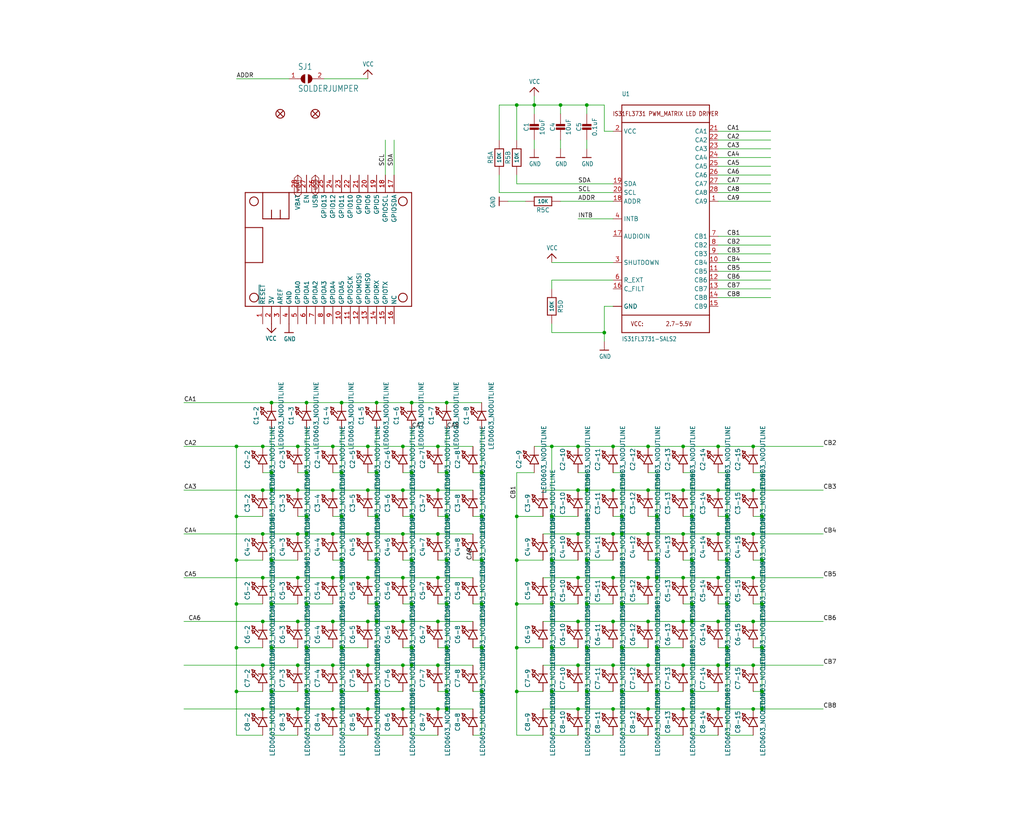
<source format=kicad_sch>
(kicad_sch (version 20211123) (generator eeschema)
  (paper "User" 297.002 238.912)
  (junction (at 119.38 193.04))
  (junction (at 208.28 180.34))
  (junction (at 177.8 142.24))
  (junction (at 139.7 149.86))
  (junction (at 187.96 154.94))
  (junction (at 76.2 129.54))
  (junction (at 149.86 187.96))
  (junction (at 96.52 154.94))
  (junction (at 88.9 137.16))
  (junction (at 129.54 200.66))
  (junction (at 119.38 116.84))
  (junction (at 198.12 193.04))
  (junction (at 139.7 200.66))
  (junction (at 167.64 167.64))
  (junction (at 68.58 162.56))
  (junction (at 218.44 205.74))
  (junction (at 149.86 175.26))
  (junction (at 160.02 175.26))
  (junction (at 220.98 205.74))
  (junction (at 88.9 200.66))
  (junction (at 187.96 129.54))
  (junction (at 119.38 149.86))
  (junction (at 208.28 167.64))
  (junction (at 88.9 175.26))
  (junction (at 139.7 175.26))
  (junction (at 210.82 162.56))
  (junction (at 220.98 187.96))
  (junction (at 127 180.34))
  (junction (at 88.9 116.84))
  (junction (at 88.9 154.94))
  (junction (at 180.34 149.86))
  (junction (at 208.28 129.54))
  (junction (at 129.54 175.26))
  (junction (at 109.22 137.16))
  (junction (at 119.38 175.26))
  (junction (at 68.58 129.54))
  (junction (at 106.68 154.94))
  (junction (at 167.64 180.34))
  (junction (at 175.26 96.52))
  (junction (at 220.98 149.86))
  (junction (at 86.36 154.94))
  (junction (at 119.38 137.16))
  (junction (at 149.86 200.66))
  (junction (at 116.84 205.74))
  (junction (at 106.68 180.34))
  (junction (at 139.7 137.16))
  (junction (at 220.98 162.56))
  (junction (at 109.22 162.56))
  (junction (at 109.22 175.26))
  (junction (at 200.66 180.34))
  (junction (at 200.66 175.26))
  (junction (at 116.84 167.64))
  (junction (at 198.12 154.94))
  (junction (at 127 142.24))
  (junction (at 96.52 205.74))
  (junction (at 106.68 142.24))
  (junction (at 198.12 129.54))
  (junction (at 218.44 154.94))
  (junction (at 139.7 162.56))
  (junction (at 187.96 167.64))
  (junction (at 160.02 149.86))
  (junction (at 190.5 200.66))
  (junction (at 208.28 193.04))
  (junction (at 88.9 149.86))
  (junction (at 208.28 142.24))
  (junction (at 177.8 167.64))
  (junction (at 96.52 129.54))
  (junction (at 190.5 149.86))
  (junction (at 167.64 154.94))
  (junction (at 68.58 175.26))
  (junction (at 180.34 154.94))
  (junction (at 129.54 187.96))
  (junction (at 78.74 137.16))
  (junction (at 68.58 187.96))
  (junction (at 160.02 162.56))
  (junction (at 187.96 142.24))
  (junction (at 218.44 129.54))
  (junction (at 129.54 205.74))
  (junction (at 76.2 193.04))
  (junction (at 218.44 167.64))
  (junction (at 218.44 142.24))
  (junction (at 106.68 193.04))
  (junction (at 129.54 149.86))
  (junction (at 106.68 167.64))
  (junction (at 86.36 167.64))
  (junction (at 78.74 175.26))
  (junction (at 127 167.64))
  (junction (at 210.82 175.26))
  (junction (at 76.2 142.24))
  (junction (at 167.64 193.04))
  (junction (at 170.18 142.24))
  (junction (at 116.84 142.24))
  (junction (at 177.8 193.04))
  (junction (at 170.18 175.26))
  (junction (at 78.74 142.24))
  (junction (at 160.02 200.66))
  (junction (at 127 193.04))
  (junction (at 86.36 193.04))
  (junction (at 129.54 137.16))
  (junction (at 119.38 162.56))
  (junction (at 99.06 137.16))
  (junction (at 116.84 154.94))
  (junction (at 109.22 180.34))
  (junction (at 167.64 205.74))
  (junction (at 127 129.54))
  (junction (at 160.02 129.54))
  (junction (at 78.74 200.66))
  (junction (at 198.12 205.74))
  (junction (at 198.12 180.34))
  (junction (at 187.96 193.04))
  (junction (at 139.7 187.96))
  (junction (at 86.36 180.34))
  (junction (at 180.34 187.96))
  (junction (at 76.2 167.64))
  (junction (at 198.12 167.64))
  (junction (at 170.18 200.66))
  (junction (at 180.34 175.26))
  (junction (at 99.06 116.84))
  (junction (at 76.2 205.74))
  (junction (at 210.82 149.86))
  (junction (at 177.8 154.94))
  (junction (at 119.38 187.96))
  (junction (at 86.36 142.24))
  (junction (at 162.56 30.48))
  (junction (at 187.96 180.34))
  (junction (at 177.8 180.34))
  (junction (at 68.58 149.86))
  (junction (at 76.2 180.34))
  (junction (at 220.98 175.26))
  (junction (at 187.96 205.74))
  (junction (at 180.34 200.66))
  (junction (at 170.18 30.48))
  (junction (at 109.22 149.86))
  (junction (at 170.18 187.96))
  (junction (at 177.8 205.74))
  (junction (at 200.66 162.56))
  (junction (at 99.06 149.86))
  (junction (at 208.28 154.94))
  (junction (at 116.84 193.04))
  (junction (at 86.36 205.74))
  (junction (at 99.06 167.64))
  (junction (at 109.22 116.84))
  (junction (at 198.12 142.24))
  (junction (at 149.86 30.48))
  (junction (at 96.52 193.04))
  (junction (at 167.64 142.24))
  (junction (at 96.52 180.34))
  (junction (at 167.64 129.54))
  (junction (at 106.68 205.74))
  (junction (at 96.52 142.24))
  (junction (at 116.84 129.54))
  (junction (at 99.06 162.56))
  (junction (at 116.84 180.34))
  (junction (at 78.74 162.56))
  (junction (at 208.28 205.74))
  (junction (at 200.66 149.86))
  (junction (at 200.66 200.66))
  (junction (at 129.54 162.56))
  (junction (at 170.18 162.56))
  (junction (at 109.22 200.66))
  (junction (at 78.74 187.96))
  (junction (at 127 154.94))
  (junction (at 88.9 187.96))
  (junction (at 154.94 30.48))
  (junction (at 210.82 193.04))
  (junction (at 190.5 187.96))
  (junction (at 129.54 116.84))
  (junction (at 190.5 162.56))
  (junction (at 149.86 149.86))
  (junction (at 220.98 200.66))
  (junction (at 106.68 129.54))
  (junction (at 177.8 129.54))
  (junction (at 86.36 129.54))
  (junction (at 127 205.74))
  (junction (at 218.44 180.34))
  (junction (at 96.52 167.64))
  (junction (at 160.02 187.96))
  (junction (at 210.82 187.96))
  (junction (at 99.06 200.66))
  (junction (at 149.86 162.56))
  (junction (at 99.06 187.96))
  (junction (at 78.74 116.84))
  (junction (at 76.2 154.94))
  (junction (at 218.44 193.04))
  (junction (at 68.58 200.66))
  (junction (at 190.5 167.64))
  (wire (pts (xy 76.2 167.64) (xy 53.34 167.64)))
  (wire (pts (xy 170.18 162.56) (xy 170.18 175.26)))
  (wire (pts (xy 88.9 187.96) (xy 88.9 200.66)))
  (wire (pts (xy 96.52 149.86) (xy 99.06 149.86)))
  (wire (pts (xy 109.22 124.46) (xy 109.22 137.16)))
  (wire (pts (xy 177.8 63.5) (xy 167.64 63.5)))
  (wire (pts (xy 86.36 187.96) (xy 78.74 187.96)))
  (wire (pts (xy 200.66 162.56) (xy 200.66 175.26)))
  (wire (pts (xy 119.38 193.04) (xy 119.38 213.36)))
  (wire (pts (xy 218.44 149.86) (xy 220.98 149.86)))
  (wire (pts (xy 119.38 193.04) (xy 116.84 193.04)))
  (wire (pts (xy 180.34 154.94) (xy 187.96 154.94)))
  (wire (pts (xy 88.9 200.66) (xy 88.9 213.36)))
  (wire (pts (xy 86.36 175.26) (xy 78.74 175.26)))
  (wire (pts (xy 208.28 55.88) (xy 223.52 55.88)))
  (wire (pts (xy 220.98 200.66) (xy 220.98 205.74)))
  (wire (pts (xy 119.38 116.84) (xy 129.54 116.84)))
  (wire (pts (xy 147.32 58.42) (xy 152.4 58.42)))
  (wire (pts (xy 210.82 193.04) (xy 210.82 213.36)))
  (wire (pts (xy 93.98 22.86) (xy 106.68 22.86)))
  (wire (pts (xy 76.2 175.26) (xy 68.58 175.26)))
  (wire (pts (xy 200.66 180.34) (xy 208.28 180.34)))
  (wire (pts (xy 177.8 180.34) (xy 187.96 180.34)))
  (wire (pts (xy 137.16 142.24) (xy 127 142.24)))
  (wire (pts (xy 208.28 180.34) (xy 218.44 180.34)))
  (wire (pts (xy 127 149.86) (xy 129.54 149.86)))
  (wire (pts (xy 149.86 149.86) (xy 149.86 162.56)))
  (wire (pts (xy 76.2 149.86) (xy 68.58 149.86)))
  (wire (pts (xy 68.58 187.96) (xy 68.58 200.66)))
  (wire (pts (xy 149.86 137.16) (xy 149.86 149.86)))
  (wire (pts (xy 160.02 96.52) (xy 160.02 93.98)))
  (wire (pts (xy 175.26 96.52) (xy 175.26 99.06)))
  (wire (pts (xy 96.52 200.66) (xy 88.9 200.66)))
  (wire (pts (xy 68.58 129.54) (xy 53.34 129.54)))
  (wire (pts (xy 119.38 162.56) (xy 119.38 175.26)))
  (wire (pts (xy 127 167.64) (xy 116.84 167.64)))
  (wire (pts (xy 76.2 142.24) (xy 53.34 142.24)))
  (wire (pts (xy 68.58 162.56) (xy 68.58 175.26)))
  (wire (pts (xy 167.64 213.36) (xy 160.02 213.36)))
  (wire (pts (xy 88.9 175.26) (xy 88.9 187.96)))
  (wire (pts (xy 106.68 149.86) (xy 109.22 149.86)))
  (wire (pts (xy 170.18 142.24) (xy 177.8 142.24)))
  (wire (pts (xy 220.98 175.26) (xy 220.98 187.96)))
  (wire (pts (xy 175.26 38.1) (xy 177.8 38.1)))
  (wire (pts (xy 137.16 175.26) (xy 139.7 175.26)))
  (wire (pts (xy 129.54 124.46) (xy 129.54 137.16)))
  (wire (pts (xy 200.66 137.16) (xy 200.66 149.86)))
  (wire (pts (xy 175.26 96.52) (xy 160.02 96.52)))
  (wire (pts (xy 96.52 154.94) (xy 88.9 154.94)))
  (wire (pts (xy 144.78 30.48) (xy 144.78 40.64)))
  (wire (pts (xy 160.02 129.54) (xy 167.64 129.54)))
  (wire (pts (xy 76.2 154.94) (xy 53.34 154.94)))
  (wire (pts (xy 129.54 149.86) (xy 129.54 162.56)))
  (wire (pts (xy 167.64 193.04) (xy 177.8 193.04)))
  (wire (pts (xy 220.98 137.16) (xy 220.98 149.86)))
  (wire (pts (xy 208.28 58.42) (xy 223.52 58.42)))
  (wire (pts (xy 109.22 137.16) (xy 109.22 149.86)))
  (wire (pts (xy 88.9 154.94) (xy 86.36 154.94)))
  (wire (pts (xy 167.64 142.24) (xy 170.18 142.24)))
  (wire (pts (xy 208.28 48.26) (xy 223.52 48.26)))
  (wire (pts (xy 220.98 162.56) (xy 220.98 175.26)))
  (wire (pts (xy 190.5 213.36) (xy 190.5 200.66)))
  (wire (pts (xy 116.84 213.36) (xy 109.22 213.36)))
  (wire (pts (xy 187.96 137.16) (xy 190.5 137.16)))
  (wire (pts (xy 187.96 180.34) (xy 198.12 180.34)))
  (wire (pts (xy 157.48 175.26) (xy 149.86 175.26)))
  (wire (pts (xy 210.82 187.96) (xy 210.82 193.04)))
  (wire (pts (xy 208.28 149.86) (xy 210.82 149.86)))
  (wire (pts (xy 76.2 187.96) (xy 68.58 187.96)))
  (wire (pts (xy 177.8 137.16) (xy 180.34 137.16)))
  (wire (pts (xy 111.76 40.64) (xy 111.76 50.8)))
  (wire (pts (xy 218.44 167.64) (xy 238.76 167.64)))
  (wire (pts (xy 208.28 200.66) (xy 200.66 200.66)))
  (wire (pts (xy 78.74 175.26) (xy 78.74 187.96)))
  (wire (pts (xy 68.58 175.26) (xy 68.58 187.96)))
  (wire (pts (xy 198.12 137.16) (xy 200.66 137.16)))
  (wire (pts (xy 198.12 162.56) (xy 200.66 162.56)))
  (wire (pts (xy 187.96 142.24) (xy 198.12 142.24)))
  (wire (pts (xy 210.82 193.04) (xy 218.44 193.04)))
  (wire (pts (xy 198.12 205.74) (xy 208.28 205.74)))
  (wire (pts (xy 127 205.74) (xy 116.84 205.74)))
  (wire (pts (xy 86.36 129.54) (xy 76.2 129.54)))
  (wire (pts (xy 119.38 124.46) (xy 119.38 137.16)))
  (wire (pts (xy 210.82 149.86) (xy 210.82 162.56)))
  (wire (pts (xy 144.78 55.88) (xy 144.78 50.8)))
  (wire (pts (xy 137.16 167.64) (xy 127 167.64)))
  (wire (pts (xy 187.96 175.26) (xy 180.34 175.26)))
  (wire (pts (xy 96.52 162.56) (xy 99.06 162.56)))
  (wire (pts (xy 96.52 142.24) (xy 86.36 142.24)))
  (wire (pts (xy 157.48 149.86) (xy 149.86 149.86)))
  (wire (pts (xy 129.54 162.56) (xy 129.54 175.26)))
  (wire (pts (xy 170.18 142.24) (xy 170.18 162.56)))
  (wire (pts (xy 99.06 116.84) (xy 109.22 116.84)))
  (wire (pts (xy 180.34 149.86) (xy 180.34 154.94)))
  (wire (pts (xy 137.16 149.86) (xy 139.7 149.86)))
  (wire (pts (xy 139.7 137.16) (xy 139.7 149.86)))
  (wire (pts (xy 210.82 137.16) (xy 210.82 149.86)))
  (wire (pts (xy 177.8 88.9) (xy 175.26 88.9)))
  (wire (pts (xy 137.16 162.56) (xy 139.7 162.56)))
  (wire (pts (xy 160.02 81.28) (xy 160.02 83.82)))
  (wire (pts (xy 106.68 187.96) (xy 99.06 187.96)))
  (wire (pts (xy 157.48 162.56) (xy 149.86 162.56)))
  (wire (pts (xy 86.36 162.56) (xy 78.74 162.56)))
  (wire (pts (xy 157.48 142.24) (xy 167.64 142.24)))
  (wire (pts (xy 76.2 200.66) (xy 68.58 200.66)))
  (wire (pts (xy 218.44 137.16) (xy 220.98 137.16)))
  (wire (pts (xy 208.28 213.36) (xy 200.66 213.36)))
  (wire (pts (xy 106.68 154.94) (xy 96.52 154.94)))
  (wire (pts (xy 149.86 53.34) (xy 149.86 50.8)))
  (wire (pts (xy 208.28 154.94) (xy 218.44 154.94)))
  (wire (pts (xy 149.86 40.64) (xy 149.86 30.48)))
  (wire (pts (xy 157.48 205.74) (xy 167.64 205.74)))
  (wire (pts (xy 208.28 86.36) (xy 223.52 86.36)))
  (wire (pts (xy 96.52 129.54) (xy 86.36 129.54)))
  (wire (pts (xy 187.96 200.66) (xy 180.34 200.66)))
  (wire (pts (xy 96.52 213.36) (xy 88.9 213.36)))
  (wire (pts (xy 106.68 175.26) (xy 109.22 175.26)))
  (wire (pts (xy 139.7 124.46) (xy 139.7 137.16)))
  (wire (pts (xy 76.2 213.36) (xy 68.58 213.36)))
  (wire (pts (xy 167.64 162.56) (xy 160.02 162.56)))
  (wire (pts (xy 220.98 149.86) (xy 220.98 162.56)))
  (wire (pts (xy 200.66 175.26) (xy 200.66 180.34)))
  (wire (pts (xy 162.56 30.48) (xy 162.56 33.02)))
  (wire (pts (xy 220.98 205.74) (xy 238.76 205.74)))
  (wire (pts (xy 116.84 142.24) (xy 106.68 142.24)))
  (wire (pts (xy 96.52 205.74) (xy 86.36 205.74)))
  (wire (pts (xy 149.86 175.26) (xy 149.86 187.96)))
  (wire (pts (xy 106.68 205.74) (xy 96.52 205.74)))
  (wire (pts (xy 218.44 193.04) (xy 238.76 193.04)))
  (wire (pts (xy 96.52 193.04) (xy 86.36 193.04)))
  (wire (pts (xy 137.16 200.66) (xy 139.7 200.66)))
  (wire (pts (xy 137.16 129.54) (xy 127 129.54)))
  (wire (pts (xy 167.64 187.96) (xy 160.02 187.96)))
  (wire (pts (xy 86.36 154.94) (xy 76.2 154.94)))
  (wire (pts (xy 180.34 137.16) (xy 180.34 149.86)))
  (wire (pts (xy 210.82 162.56) (xy 210.82 175.26)))
  (wire (pts (xy 175.26 30.48) (xy 175.26 38.1)))
  (wire (pts (xy 149.86 200.66) (xy 149.86 213.36)))
  (wire (pts (xy 106.68 129.54) (xy 96.52 129.54)))
  (wire (pts (xy 190.5 162.56) (xy 190.5 149.86)))
  (wire (pts (xy 200.66 149.86) (xy 200.66 162.56)))
  (wire (pts (xy 137.16 193.04) (xy 127 193.04)))
  (wire (pts (xy 208.28 187.96) (xy 210.82 187.96)))
  (wire (pts (xy 208.28 76.2) (xy 223.52 76.2)))
  (wire (pts (xy 149.86 187.96) (xy 149.86 200.66)))
  (wire (pts (xy 106.68 137.16) (xy 109.22 137.16)))
  (wire (pts (xy 218.44 213.36) (xy 210.82 213.36)))
  (wire (pts (xy 154.94 137.16) (xy 149.86 137.16)))
  (wire (pts (xy 137.16 137.16) (xy 139.7 137.16)))
  (wire (pts (xy 218.44 154.94) (xy 238.76 154.94)))
  (wire (pts (xy 160.02 149.86) (xy 160.02 162.56)))
  (wire (pts (xy 218.44 162.56) (xy 220.98 162.56)))
  (wire (pts (xy 149.86 162.56) (xy 149.86 175.26)))
  (wire (pts (xy 170.18 200.66) (xy 170.18 213.36)))
  (wire (pts (xy 177.8 193.04) (xy 187.96 193.04)))
  (wire (pts (xy 68.58 129.54) (xy 68.58 149.86)))
  (wire (pts (xy 198.12 200.66) (xy 190.5 200.66)))
  (wire (pts (xy 88.9 137.16) (xy 88.9 149.86)))
  (wire (pts (xy 157.48 167.64) (xy 167.64 167.64)))
  (wire (pts (xy 198.12 180.34) (xy 200.66 180.34)))
  (wire (pts (xy 170.18 137.16) (xy 170.18 142.24)))
  (wire (pts (xy 218.44 175.26) (xy 220.98 175.26)))
  (wire (pts (xy 149.86 30.48) (xy 144.78 30.48)))
  (wire (pts (xy 96.52 137.16) (xy 99.06 137.16)))
  (wire (pts (xy 86.36 167.64) (xy 76.2 167.64)))
  (wire (pts (xy 208.28 40.64) (xy 223.52 40.64)))
  (wire (pts (xy 208.28 53.34) (xy 223.52 53.34)))
  (wire (pts (xy 208.28 167.64) (xy 218.44 167.64)))
  (wire (pts (xy 187.96 167.64) (xy 190.5 167.64)))
  (wire (pts (xy 177.8 81.28) (xy 160.02 81.28)))
  (wire (pts (xy 177.8 149.86) (xy 180.34 149.86)))
  (wire (pts (xy 177.8 55.88) (xy 144.78 55.88)))
  (wire (pts (xy 208.28 137.16) (xy 210.82 137.16)))
  (wire (pts (xy 208.28 129.54) (xy 218.44 129.54)))
  (wire (pts (xy 198.12 187.96) (xy 190.5 187.96)))
  (wire (pts (xy 76.2 137.16) (xy 78.74 137.16)))
  (wire (pts (xy 218.44 205.74) (xy 220.98 205.74)))
  (wire (pts (xy 88.9 149.86) (xy 88.9 154.94)))
  (wire (pts (xy 175.26 88.9) (xy 175.26 96.52)))
  (wire (pts (xy 177.8 142.24) (xy 187.96 142.24)))
  (wire (pts (xy 208.28 193.04) (xy 210.82 193.04)))
  (wire (pts (xy 157.48 193.04) (xy 167.64 193.04)))
  (wire (pts (xy 218.44 142.24) (xy 238.76 142.24)))
  (wire (pts (xy 86.36 142.24) (xy 78.74 142.24)))
  (wire (pts (xy 139.7 149.86) (xy 139.7 162.56)))
  (wire (pts (xy 109.22 162.56) (xy 109.22 175.26)))
  (wire (pts (xy 208.28 81.28) (xy 223.52 81.28)))
  (wire (pts (xy 106.68 180.34) (xy 96.52 180.34)))
  (wire (pts (xy 167.64 205.74) (xy 177.8 205.74)))
  (wire (pts (xy 187.96 205.74) (xy 198.12 205.74)))
  (wire (pts (xy 190.5 167.64) (xy 190.5 162.56)))
  (wire (pts (xy 218.44 200.66) (xy 220.98 200.66)))
  (wire (pts (xy 119.38 137.16) (xy 119.38 149.86)))
  (wire (pts (xy 109.22 175.26) (xy 109.22 180.34)))
  (wire (pts (xy 76.2 193.04) (xy 53.34 193.04)))
  (wire (pts (xy 157.48 154.94) (xy 167.64 154.94)))
  (wire (pts (xy 187.96 162.56) (xy 190.5 162.56)))
  (wire (pts (xy 190.5 149.86) (xy 190.5 137.16)))
  (wire (pts (xy 78.74 162.56) (xy 78.74 175.26)))
  (wire (pts (xy 190.5 167.64) (xy 198.12 167.64)))
  (wire (pts (xy 177.8 213.36) (xy 170.18 213.36)))
  (wire (pts (xy 99.06 149.86) (xy 99.06 162.56)))
  (wire (pts (xy 86.36 193.04) (xy 76.2 193.04)))
  (wire (pts (xy 109.22 180.34) (xy 109.22 200.66)))
  (wire (pts (xy 88.9 116.84) (xy 99.06 116.84)))
  (wire (pts (xy 129.54 200.66) (xy 129.54 205.74)))
  (wire (pts (xy 116.84 193.04) (xy 106.68 193.04)))
  (wire (pts (xy 78.74 137.16) (xy 78.74 142.24)))
  (wire (pts (xy 116.84 129.54) (xy 106.68 129.54)))
  (wire (pts (xy 177.8 58.42) (xy 162.56 58.42)))
  (wire (pts (xy 116.84 167.64) (xy 106.68 167.64)))
  (wire (pts (xy 116.84 175.26) (xy 119.38 175.26)))
  (wire (pts (xy 154.94 129.54) (xy 160.02 129.54)))
  (wire (pts (xy 106.68 142.24) (xy 96.52 142.24)))
  (wire (pts (xy 218.44 187.96) (xy 220.98 187.96)))
  (wire (pts (xy 157.48 200.66) (xy 149.86 200.66)))
  (wire (pts (xy 167.64 175.26) (xy 160.02 175.26)))
  (wire (pts (xy 208.28 50.8) (xy 223.52 50.8)))
  (wire (pts (xy 157.48 187.96) (xy 149.86 187.96)))
  (wire (pts (xy 137.16 154.94) (xy 127 154.94)))
  (wire (pts (xy 187.96 213.36) (xy 180.34 213.36)))
  (wire (pts (xy 208.28 205.74) (xy 218.44 205.74)))
  (wire (pts (xy 106.68 167.64) (xy 99.06 167.64)))
  (wire (pts (xy 109.22 149.86) (xy 109.22 162.56)))
  (wire (pts (xy 167.64 129.54) (xy 177.8 129.54)))
  (wire (pts (xy 190.5 200.66) (xy 190.5 187.96)))
  (wire (pts (xy 208.28 78.74) (xy 223.52 78.74)))
  (wire (pts (xy 99.06 200.66) (xy 99.06 213.36)))
  (wire (pts (xy 139.7 200.66) (xy 139.7 213.36)))
  (wire (pts (xy 167.64 200.66) (xy 160.02 200.66)))
  (wire (pts (xy 99.06 167.64) (xy 99.06 187.96)))
  (wire (pts (xy 116.84 200.66) (xy 109.22 200.66)))
  (wire (pts (xy 99.06 124.46) (xy 99.06 137.16)))
  (wire (pts (xy 170.18 30.48) (xy 170.18 33.02)))
  (wire (pts (xy 114.3 50.8) (xy 114.3 40.64)))
  (wire (pts (xy 127 187.96) (xy 129.54 187.96)))
  (wire (pts (xy 208.28 68.58) (xy 223.52 68.58)))
  (wire (pts (xy 76.2 162.56) (xy 68.58 162.56)))
  (wire (pts (xy 198.12 154.94) (xy 208.28 154.94)))
  (wire (pts (xy 177.8 129.54) (xy 187.96 129.54)))
  (wire (pts (xy 96.52 167.64) (xy 86.36 167.64)))
  (wire (pts (xy 88.9 124.46) (xy 88.9 137.16)))
  (wire (pts (xy 139.7 162.56) (xy 139.7 175.26)))
  (wire (pts (xy 160.02 200.66) (xy 160.02 213.36)))
  (wire (pts (xy 220.98 187.96) (xy 220.98 200.66)))
  (wire (pts (xy 78.74 142.24) (xy 76.2 142.24)))
  (wire (pts (xy 137.16 205.74) (xy 129.54 205.74)))
  (wire (pts (xy 86.36 180.34) (xy 76.2 180.34)))
  (wire (pts (xy 167.64 167.64) (xy 177.8 167.64)))
  (wire (pts (xy 208.28 45.72) (xy 223.52 45.72)))
  (wire (pts (xy 208.28 43.18) (xy 223.52 43.18)))
  (wire (pts (xy 96.52 180.34) (xy 86.36 180.34)))
  (wire (pts (xy 177.8 162.56) (xy 170.18 162.56)))
  (wire (pts (xy 154.94 30.48) (xy 154.94 33.02)))
  (wire (pts (xy 170.18 175.26) (xy 170.18 187.96)))
  (wire (pts (xy 177.8 205.74) (xy 187.96 205.74)))
  (wire (pts (xy 106.68 193.04) (xy 96.52 193.04)))
  (wire (pts (xy 187.96 187.96) (xy 180.34 187.96)))
  (wire (pts (xy 210.82 175.26) (xy 210.82 187.96)))
  (wire (pts (xy 137.16 187.96) (xy 139.7 187.96)))
  (wire (pts (xy 180.34 187.96) (xy 180.34 200.66)))
  (wire (pts (xy 198.12 129.54) (xy 208.28 129.54)))
  (wire (pts (xy 116.84 149.86) (xy 119.38 149.86)))
  (wire (pts (xy 180.34 175.26) (xy 180.34 187.96)))
  (wire (pts (xy 177.8 154.94) (xy 180.34 154.94)))
  (wire (pts (xy 160.02 162.56) (xy 160.02 175.26)))
  (wire (pts (xy 116.84 137.16) (xy 119.38 137.16)))
  (wire (pts (xy 208.28 71.12) (xy 223.52 71.12)))
  (wire (pts (xy 127 200.66) (xy 129.54 200.66)))
  (wire (pts (xy 106.68 162.56) (xy 109.22 162.56)))
  (wire (pts (xy 200.66 200.66) (xy 200.66 213.36)))
  (wire (pts (xy 160.02 175.26) (xy 160.02 187.96)))
  (wire (pts (xy 86.36 149.86) (xy 88.9 149.86)))
  (wire (pts (xy 127 213.36) (xy 119.38 213.36)))
  (wire (pts (xy 187.96 154.94) (xy 198.12 154.94)))
  (wire (pts (xy 78.74 187.96) (xy 78.74 200.66)))
  (wire (pts (xy 116.84 180.34) (xy 109.22 180.34)))
  (wire (pts (xy 76.2 180.34) (xy 53.34 180.34)))
  (wire (pts (xy 127 137.16) (xy 129.54 137.16)))
  (wire (pts (xy 177.8 167.64) (xy 187.96 167.64)))
  (wire (pts (xy 154.94 30.48) (xy 162.56 30.48)))
  (wire (pts (xy 208.28 73.66) (xy 223.52 73.66)))
  (wire (pts (xy 187.96 129.54) (xy 198.12 129.54)))
  (wire (pts (xy 106.68 200.66) (xy 99.06 200.66)))
  (wire (pts (xy 177.8 187.96) (xy 170.18 187.96)))
  (wire (pts (xy 129.54 137.16) (xy 129.54 149.86)))
  (wire (pts (xy 127 154.94) (xy 116.84 154.94)))
  (wire (pts (xy 116.84 205.74) (xy 106.68 205.74)))
  (wire (pts (xy 86.36 200.66) (xy 78.74 200.66)))
  (wire (pts (xy 68.58 149.86) (xy 68.58 162.56)))
  (wire (pts (xy 129.54 175.26) (xy 129.54 187.96)))
  (wire (pts (xy 187.96 149.86) (xy 190.5 149.86)))
  (wire (pts (xy 99.06 137.16) (xy 99.06 149.86)))
  (wire (pts (xy 129.54 187.96) (xy 129.54 200.66)))
  (wire (pts (xy 154.94 40.64) (xy 154.94 43.18)))
  (wire (pts (xy 139.7 187.96) (xy 139.7 200.66)))
  (wire (pts (xy 109.22 200.66) (xy 109.22 213.36)))
  (wire (pts (xy 86.36 137.16) (xy 88.9 137.16)))
  (wire (pts (xy 177.8 53.34) (xy 149.86 53.34)))
  (wire (pts (xy 109.22 180.34) (xy 106.68 180.34)))
  (wire (pts (xy 160.02 129.54) (xy 160.02 149.86)))
  (wire (pts (xy 119.38 149.86) (xy 119.38 162.56)))
  (wire (pts (xy 170.18 187.96) (xy 170.18 200.66)))
  (wire (pts (xy 129.54 205.74) (xy 127 205.74)))
  (wire (pts (xy 76.2 205.74) (xy 53.34 205.74)))
  (wire (pts (xy 116.84 154.94) (xy 106.68 154.94)))
  (wire (pts (xy 119.38 175.26) (xy 119.38 187.96)))
  (wire (pts (xy 99.06 187.96) (xy 99.06 200.66)))
  (wire (pts (xy 180.34 154.94) (xy 180.34 175.26)))
  (wire (pts (xy 116.84 187.96) (xy 119.38 187.96)))
  (wire (pts (xy 127 162.56) (xy 129.54 162.56)))
  (wire (pts (xy 53.34 116.84) (xy 78.74 116.84)))
  (wire (pts (xy 116.84 162.56) (xy 119.38 162.56)))
  (wire (pts (xy 154.94 27.94) (xy 154.94 30.48)))
  (wire (pts (xy 170.18 40.64) (xy 170.18 43.18)))
  (wire (pts (xy 177.8 76.2) (xy 160.02 76.2)))
  (wire (pts (xy 83.82 22.86) (xy 68.58 22.86)))
  (wire (pts (xy 218.44 180.34) (xy 238.76 180.34)))
  (wire (pts (xy 106.68 213.36) (xy 99.06 213.36)))
  (wire (pts (xy 137.16 180.34) (xy 127 180.34)))
  (wire (pts (xy 127 193.04) (xy 119.38 193.04)))
  (wire (pts (xy 129.54 116.84) (xy 139.7 116.84)))
  (wire (pts (xy 127 142.24) (xy 116.84 142.24)))
  (wire (pts (xy 198.12 175.26) (xy 200.66 175.26)))
  (wire (pts (xy 96.52 187.96) (xy 88.9 187.96)))
  (wire (pts (xy 127 175.26) (xy 129.54 175.26)))
  (wire (pts (xy 127 129.54) (xy 116.84 129.54)))
  (wire (pts (xy 208.28 83.82) (xy 223.52 83.82)))
  (wire (pts (xy 137.16 213.36) (xy 139.7 213.36)))
  (wire (pts (xy 208.28 38.1) (xy 223.52 38.1)))
  (wire (pts (xy 78.74 142.24) (xy 78.74 162.56)))
  (wire (pts (xy 218.44 129.54) (xy 238.76 129.54)))
  (wire (pts (xy 208.28 175.26) (xy 210.82 175.26)))
  (wire (pts (xy 76.2 129.54) (xy 68.58 129.54)))
  (wire (pts (xy 190.5 187.96) (xy 190.5 167.64)))
  (wire (pts (xy 198.12 149.86) (xy 200.66 149.86)))
  (wire (pts (xy 167.64 180.34) (xy 177.8 180.34)))
  (wire (pts (xy 139.7 175.26) (xy 139.7 187.96)))
  (wire (pts (xy 180.34 200.66) (xy 180.34 213.36)))
  (wire (pts (xy 198.12 167.64) (xy 208.28 167.64)))
  (wire (pts (xy 167.64 137.16) (xy 170.18 137.16)))
  (wire (pts (xy 99.06 162.56) (xy 99.06 167.64)))
  (wire (pts (xy 198.12 193.04) (xy 208.28 193.04)))
  (wire (pts (xy 88.9 154.94) (xy 88.9 175.26)))
  (wire (pts (xy 200.66 180.34) (xy 200.66 200.66)))
  (wire (pts (xy 177.8 175.26) (xy 170.18 175.26)))
  (wire (pts (xy 157.48 180.34) (xy 167.64 180.34)))
  (wire (pts (xy 170.18 30.48) (xy 175.26 30.48)))
  (wire (pts (xy 68.58 200.66) (xy 68.58 213.36)))
  (wire (pts (xy 177.8 200.66) (xy 170.18 200.66)))
  (wire (pts (xy 187.96 193.04) (xy 198.12 193.04)))
  (wire (pts (xy 198.12 142.24) (xy 208.28 142.24)))
  (wire (pts (xy 78.74 200.66) (xy 78.74 213.36)))
  (wire (pts (xy 86.36 205.74) (xy 76.2 205.74)))
  (wire (pts (xy 167.64 149.86) (xy 160.02 149.86)))
  (wire (pts (xy 162.56 30.48) (xy 170.18 30.48)))
  (wire (pts (xy 109.22 116.84) (xy 119.38 116.84)))
  (wire (pts (xy 99.06 167.64) (xy 96.52 167.64)))
  (wire (pts (xy 127 180.34) (xy 116.84 180.34)))
  (wire (pts (xy 96.52 175.26) (xy 88.9 175.26)))
  (wire (pts (xy 78.74 124.46) (xy 78.74 137.16)))
  (wire (pts (xy 149.86 30.48) (xy 154.94 30.48)))
  (wire (pts (xy 157.48 213.36) (xy 149.86 213.36)))
  (wire (pts (xy 86.36 213.36) (xy 78.74 213.36)))
  (wire (pts (xy 119.38 187.96) (xy 119.38 193.04)))
  (wire (pts (xy 162.56 40.64) (xy 162.56 43.18)))
  (wire (pts (xy 78.74 116.84) (xy 88.9 116.84)))
  (wire (pts (xy 167.64 154.94) (xy 177.8 154.94)))
  (wire (pts (xy 208.28 142.24) (xy 218.44 142.24)))
  (wire (pts (xy 198.12 213.36) (xy 190.5 213.36)))
  (wire (pts (xy 160.02 187.96) (xy 160.02 200.66)))
  (wire (pts (xy 208.28 162.56) (xy 210.82 162.56)))
  (label "CB5" (at 238.76 167.64 0) (effects (font (size 1.2446 1.2446))))
  (label "CB6" (at 238.76 180.34 0) (effects (font (size 1.2446 1.2446))))
  (label "CA9" (at 210.82 58.42 0) (effects (font (size 1.2446 1.2446))))
  (label "INTB" (at 167.64 63.5 0) (effects (font (size 1.2446 1.2446))))
  (label "CA1" (at 210.82 38.1 0) (effects (font (size 1.2446 1.2446))))
  (label "CB3" (at 238.76 142.24 0) (effects (font (size 1.2446 1.2446))))
  (label "CB7" (at 238.76 193.04 0) (effects (font (size 1.2446 1.2446))))
  (label "ADDR" (at 167.64 58.42 0) (effects (font (size 1.2446 1.2446))))
  (label "CB5" (at 210.82 78.74 0) (effects (font (size 1.2446 1.2446))))
  (label "CB4" (at 210.82 76.2 0) (effects (font (size 1.2446 1.2446))))
  (label "CA4" (at 53.34 154.94 0) (effects (font (size 1.2446 1.2446))))
  (label "CA2" (at 210.82 40.64 0) (effects (font (size 1.2446 1.2446))))
  (label "CB6" (at 210.82 81.28 0) (effects (font (size 1.2446 1.2446))))
  (label "CA2" (at 53.34 129.54 0) (effects (font (size 1.2446 1.2446))))
  (label "CA4" (at 210.82 45.72 0) (effects (font (size 1.2446 1.2446))))
  (label "ADDR" (at 68.58 22.86 0) (effects (font (size 1.2446 1.2446))))
  (label "CB2" (at 210.82 71.12 0) (effects (font (size 1.2446 1.2446))))
  (label "SCL" (at 167.64 55.88 0) (effects (font (size 1.2446 1.2446))))
  (label "SDA" (at 114.3 48.26 90) (effects (font (size 1.2446 1.2446))))
  (label "CB4" (at 238.76 154.94 0) (effects (font (size 1.2446 1.2446))))
  (label "CB8" (at 238.76 205.74 0) (effects (font (size 1.2446 1.2446))))
  (label "SCL" (at 111.76 48.26 90) (effects (font (size 1.2446 1.2446))))
  (label "CA6" (at 54.61 180.34 0) (effects (font (size 1.2446 1.2446))))
  (label "CA5" (at 210.82 48.26 0) (effects (font (size 1.2446 1.2446))))
  (label "CA6" (at 210.82 50.8 0) (effects (font (size 1.2446 1.2446))))
  (label "CB1" (at 210.82 68.58 0) (effects (font (size 1.2446 1.2446))))
  (label "CA8" (at 210.82 55.88 0) (effects (font (size 1.2446 1.2446))))
  (label "CB3" (at 210.82 73.66 0) (effects (font (size 1.2446 1.2446))))
  (label "CA1" (at 53.34 116.84 0) (effects (font (size 1.2446 1.2446))))
  (label "SDA" (at 167.64 53.34 0) (effects (font (size 1.2446 1.2446))))
  (label "CB2" (at 238.76 129.54 0) (effects (font (size 1.2446 1.2446))))
  (label "CA9" (at 137.16 162.56 90) (effects (font (size 1.2446 1.2446))))
  (label "CB1" (at 149.86 144.78 90) (effects (font (size 1.2446 1.2446))))
  (label "CA3" (at 210.82 43.18 0) (effects (font (size 1.2446 1.2446))))
  (label "CB8" (at 210.82 86.36 0) (effects (font (size 1.2446 1.2446))))
  (label "CA5" (at 53.34 167.64 0) (effects (font (size 1.2446 1.2446))))
  (label "CB7" (at 210.82 83.82 0) (effects (font (size 1.2446 1.2446))))
  (label "CA7" (at 119.38 124.46 0) (effects (font (size 1.2446 1.2446))))
  (label "CA3" (at 53.34 142.24 0) (effects (font (size 1.2446 1.2446))))
  (label "CA8" (at 129.54 124.46 0) (effects (font (size 1.2446 1.2446))))
  (label "CA7" (at 210.82 53.34 0) (effects (font (size 1.2446 1.2446))))
  (global_label "USB" (shape bidirectional) (at 91.44 50.8 270) (effects (font (size 1.016 1.016))) (property "Intersheet References" "${INTERSHEET_REFS}" (effects hide)))
  (global_label "VBAT" (shape bidirectional) (at 86.36 50.8 270) (effects (font (size 1.016 1.016))) (property "Intersheet References" "${INTERSHEET_REFS}" (effects hide)))
  (symbol (lib_id "eagleSchem-eagle-import:LED0603_NOOUTLINE") (at 157.48 144.78 90) (unit 1)
    (property "Reference" "C3-9" (at 153.035 146.05 0))
    (property "Value" "LED0603_NOOUTLINE" (at 160.274 146.05 0))
    (property "Footprint" "eagleSchem:CHIPLED_0603_NOOUTLINE" (effects hide))
  )
  (symbol (lib_id "eagleSchem-eagle-import:LED0603_NOOUTLINE") (at 137.16 182.88 90) (unit 1)
    (property "Reference" "C6-8" (at 132.715 184.15 0))
    (property "Value" "LED0603_NOOUTLINE" (at 139.954 184.15 0))
    (property "Footprint" "eagleSchem:CHIPLED_0603_NOOUTLINE" (effects hide))
  )
  (symbol (lib_id "eagleSchem-eagle-import:LED0603_NOOUTLINE") (at 167.64 157.48 90) (unit 1)
    (property "Reference" "C4-10" (at 163.195 158.75 0))
    (property "Value" "LED0603_NOOUTLINE" (at 170.434 158.75 0))
    (property "Footprint" "eagleSchem:CHIPLED_0603_NOOUTLINE" (effects hide))
  )
  (symbol (lib_id "eagleSchem-eagle-import:LED0603_NOOUTLINE") (at 187.96 170.18 90) (unit 1)
    (property "Reference" "C5-12" (at 183.515 171.45 0))
    (property "Value" "LED0603_NOOUTLINE" (at 190.754 171.45 0))
    (property "Footprint" "eagleSchem:CHIPLED_0603_NOOUTLINE" (effects hide))
  )
  (symbol (lib_id "eagleSchem-eagle-import:LED0603_NOOUTLINE") (at 208.28 170.18 90) (unit 1)
    (property "Reference" "C5-14" (at 203.835 171.45 0))
    (property "Value" "LED0603_NOOUTLINE" (at 211.074 171.45 0))
    (property "Footprint" "eagleSchem:CHIPLED_0603_NOOUTLINE" (effects hide))
  )
  (symbol (lib_id "eagleSchem-eagle-import:LED0603_NOOUTLINE") (at 86.36 170.18 90) (unit 1)
    (property "Reference" "C5-3" (at 81.915 171.45 0))
    (property "Value" "LED0603_NOOUTLINE" (at 89.154 171.45 0))
    (property "Footprint" "eagleSchem:CHIPLED_0603_NOOUTLINE" (effects hide))
  )
  (symbol (lib_id "eagleSchem-eagle-import:LED0603_NOOUTLINE") (at 119.38 119.38 90) (unit 1)
    (property "Reference" "C1-6" (at 114.935 120.65 0))
    (property "Value" "LED0603_NOOUTLINE" (at 122.174 120.65 0))
    (property "Footprint" "eagleSchem:CHIPLED_0603_NOOUTLINE" (effects hide))
  )
  (symbol (lib_id "eagleSchem-eagle-import:LED0603_NOOUTLINE") (at 116.84 144.78 90) (unit 1)
    (property "Reference" "C3-6" (at 112.395 146.05 0))
    (property "Value" "LED0603_NOOUTLINE" (at 119.634 146.05 0))
    (property "Footprint" "eagleSchem:CHIPLED_0603_NOOUTLINE" (effects hide))
  )
  (symbol (lib_id "eagleSchem-eagle-import:FEATHERWING") (at 71.12 88.9 0) (unit 1)
    (property "Reference" "MS1" (effects hide))
    (property "Value" "FEATHERWING" (effects hide))
    (property "Footprint" "eagleSchem:FEATHERWING" (effects hide))
  )
  (symbol (lib_id "eagleSchem-eagle-import:LED0603_NOOUTLINE") (at 129.54 119.38 90) (unit 1)
    (property "Reference" "C1-7" (at 125.095 120.65 0))
    (property "Value" "LED0603_NOOUTLINE" (at 132.334 120.65 0))
    (property "Footprint" "eagleSchem:CHIPLED_0603_NOOUTLINE" (effects hide))
  )
  (symbol (lib_id "eagleSchem-eagle-import:LED0603_NOOUTLINE") (at 127 157.48 90) (unit 1)
    (property "Reference" "C4-7" (at 122.555 158.75 0))
    (property "Value" "LED0603_NOOUTLINE" (at 129.794 158.75 0))
    (property "Footprint" "eagleSchem:CHIPLED_0603_NOOUTLINE" (effects hide))
  )
  (symbol (lib_id "eagleSchem-eagle-import:LED0603_NOOUTLINE") (at 88.9 119.38 90) (unit 1)
    (property "Reference" "C1-3" (at 84.455 120.65 0))
    (property "Value" "LED0603_NOOUTLINE" (at 91.694 120.65 0))
    (property "Footprint" "eagleSchem:CHIPLED_0603_NOOUTLINE" (effects hide))
  )
  (symbol (lib_id "eagleSchem-eagle-import:FIDUCIAL{dblquote}{dblquote}") (at 91.44 33.02 0) (unit 1)
    (property "Reference" "FID1" (effects hide))
    (property "Value" "FIDUCIAL{dblquote}{dblquote}" (effects hide))
    (property "Footprint" "eagleSchem:FIDUCIAL_1MM" (effects hide))
  )
  (symbol (lib_id "eagleSchem-eagle-import:LED0603_NOOUTLINE") (at 187.96 157.48 90) (unit 1)
    (property "Reference" "C4-12" (at 183.515 158.75 0))
    (property "Value" "LED0603_NOOUTLINE" (at 190.754 158.75 0))
    (property "Footprint" "eagleSchem:CHIPLED_0603_NOOUTLINE" (effects hide))
  )
  (symbol (lib_id "eagleSchem-eagle-import:LED0603_NOOUTLINE") (at 208.28 195.58 90) (unit 1)
    (property "Reference" "C7-14" (at 203.835 196.85 0))
    (property "Value" "LED0603_NOOUTLINE" (at 211.074 196.85 0))
    (property "Footprint" "eagleSchem:CHIPLED_0603_NOOUTLINE" (effects hide))
  )
  (symbol (lib_id "eagleSchem-eagle-import:LED0603_NOOUTLINE") (at 177.8 157.48 90) (unit 1)
    (property "Reference" "C4-11" (at 173.355 158.75 0))
    (property "Value" "LED0603_NOOUTLINE" (at 180.594 158.75 0))
    (property "Footprint" "eagleSchem:CHIPLED_0603_NOOUTLINE" (effects hide))
  )
  (symbol (lib_id "eagleSchem-eagle-import:LED0603_NOOUTLINE") (at 96.52 170.18 90) (unit 1)
    (property "Reference" "C5-4" (at 92.075 171.45 0))
    (property "Value" "LED0603_NOOUTLINE" (at 99.314 171.45 0))
    (property "Footprint" "eagleSchem:CHIPLED_0603_NOOUTLINE" (effects hide))
  )
  (symbol (lib_id "eagleSchem-eagle-import:LED0603_NOOUTLINE") (at 208.28 157.48 90) (unit 1)
    (property "Reference" "C4-14" (at 203.835 158.75 0))
    (property "Value" "LED0603_NOOUTLINE" (at 211.074 158.75 0))
    (property "Footprint" "eagleSchem:CHIPLED_0603_NOOUTLINE" (effects hide))
  )
  (symbol (lib_id "eagleSchem-eagle-import:CAP_CERAMIC0805-NOOUTLINE") (at 154.94 38.1 0) (unit 1)
    (property "Reference" "C1" (at 152.65 36.85 90))
    (property "Value" "10uF" (at 157.24 36.85 90))
    (property "Footprint" "eagleSchem:0805-NO" (effects hide))
  )
  (symbol (lib_id "eagleSchem-eagle-import:LED0603_NOOUTLINE") (at 106.68 182.88 90) (unit 1)
    (property "Reference" "C6-5" (at 102.235 184.15 0))
    (property "Value" "LED0603_NOOUTLINE" (at 109.474 184.15 0))
    (property "Footprint" "eagleSchem:CHIPLED_0603_NOOUTLINE" (effects hide))
  )
  (symbol (lib_id "eagleSchem-eagle-import:LED0603_NOOUTLINE") (at 208.28 208.28 90) (unit 1)
    (property "Reference" "C8-14" (at 203.835 209.55 0))
    (property "Value" "LED0603_NOOUTLINE" (at 211.074 209.55 0))
    (property "Footprint" "eagleSchem:CHIPLED_0603_NOOUTLINE" (effects hide))
  )
  (symbol (lib_id "eagleSchem-eagle-import:LED0603_NOOUTLINE") (at 96.52 195.58 90) (unit 1)
    (property "Reference" "C7-4" (at 92.075 196.85 0))
    (property "Value" "LED0603_NOOUTLINE" (at 99.314 196.85 0))
    (property "Footprint" "eagleSchem:CHIPLED_0603_NOOUTLINE" (effects hide))
  )
  (symbol (lib_id "eagleSchem-eagle-import:LED0603_NOOUTLINE") (at 86.36 182.88 90) (unit 1)
    (property "Reference" "C6-3" (at 81.915 184.15 0))
    (property "Value" "LED0603_NOOUTLINE" (at 89.154 184.15 0))
    (property "Footprint" "eagleSchem:CHIPLED_0603_NOOUTLINE" (effects hide))
  )
  (symbol (lib_id "eagleSchem-eagle-import:LED0603_NOOUTLINE") (at 157.48 170.18 90) (unit 1)
    (property "Reference" "C5-9" (at 153.035 171.45 0))
    (property "Value" "LED0603_NOOUTLINE" (at 160.274 171.45 0))
    (property "Footprint" "eagleSchem:CHIPLED_0603_NOOUTLINE" (effects hide))
  )
  (symbol (lib_id "eagleSchem-eagle-import:LED0603_NOOUTLINE") (at 198.12 144.78 90) (unit 1)
    (property "Reference" "C3-13" (at 193.675 146.05 0))
    (property "Value" "LED0603_NOOUTLINE" (at 200.914 146.05 0))
    (property "Footprint" "eagleSchem:CHIPLED_0603_NOOUTLINE" (effects hide))
  )
  (symbol (lib_id "eagleSchem-eagle-import:CAP_CERAMIC0805-NOOUTLINE") (at 162.56 38.1 0) (unit 1)
    (property "Reference" "C4" (at 160.27 36.85 90))
    (property "Value" "10uF" (at 164.86 36.85 90))
    (property "Footprint" "eagleSchem:0805-NO" (effects hide))
  )
  (symbol (lib_id "eagleSchem-eagle-import:LED0603_NOOUTLINE") (at 177.8 208.28 90) (unit 1)
    (property "Reference" "C8-11" (at 173.355 209.55 0))
    (property "Value" "LED0603_NOOUTLINE" (at 180.594 209.55 0))
    (property "Footprint" "eagleSchem:CHIPLED_0603_NOOUTLINE" (effects hide))
  )
  (symbol (lib_id "eagleSchem-eagle-import:GND") (at 144.78 58.42 270) (unit 1)
    (property "Reference" "#U$8" (effects hide))
    (property "Value" "GND" (at 142.24 56.896 0) (effects (font (size 1.27 1.0795)) (justify left bottom)))
    (property "Footprint" "eagleSchem:" (effects hide))
  )
  (symbol (lib_id "eagleSchem-eagle-import:LED0603_NOOUTLINE") (at 137.16 208.28 90) (unit 1)
    (property "Reference" "C8-8" (at 132.715 209.55 0))
    (property "Value" "LED0603_NOOUTLINE" (at 139.954 209.55 0))
    (property "Footprint" "eagleSchem:CHIPLED_0603_NOOUTLINE" (effects hide))
  )
  (symbol (lib_id "eagleSchem-eagle-import:LED0603_NOOUTLINE") (at 76.2 157.48 90) (unit 1)
    (property "Reference" "C4-2" (at 71.755 158.75 0))
    (property "Value" "LED0603_NOOUTLINE" (at 78.994 158.75 0))
    (property "Footprint" "eagleSchem:CHIPLED_0603_NOOUTLINE" (effects hide))
  )
  (symbol (lib_id "eagleSchem-eagle-import:LED0603_NOOUTLINE") (at 187.96 182.88 90) (unit 1)
    (property "Reference" "C6-12" (at 183.515 184.15 0))
    (property "Value" "LED0603_NOOUTLINE" (at 190.754 184.15 0))
    (property "Footprint" "eagleSchem:CHIPLED_0603_NOOUTLINE" (effects hide))
  )
  (symbol (lib_id "eagleSchem-eagle-import:LED0603_NOOUTLINE") (at 177.8 195.58 90) (unit 1)
    (property "Reference" "C7-11" (at 173.355 196.85 0))
    (property "Value" "LED0603_NOOUTLINE" (at 180.594 196.85 0))
    (property "Footprint" "eagleSchem:CHIPLED_0603_NOOUTLINE" (effects hide))
  )
  (symbol (lib_id "eagleSchem-eagle-import:VCC") (at 154.94 25.4 0) (unit 1)
    (property "Reference" "#P+1" (effects hide))
    (property "Value" "VCC" (at 153.416 24.384 0) (effects (font (size 1.27 1.0795)) (justify left bottom)))
    (property "Footprint" "eagleSchem:" (effects hide))
  )
  (symbol (lib_id "eagleSchem-eagle-import:LED0603_NOOUTLINE") (at 99.06 119.38 90) (unit 1)
    (property "Reference" "C1-4" (at 94.615 120.65 0))
    (property "Value" "LED0603_NOOUTLINE" (at 101.854 120.65 0))
    (property "Footprint" "eagleSchem:CHIPLED_0603_NOOUTLINE" (effects hide))
  )
  (symbol (lib_id "eagleSchem-eagle-import:LED0603_NOOUTLINE") (at 127 132.08 90) (unit 1)
    (property "Reference" "C2-7" (at 122.555 133.35 0))
    (property "Value" "LED0603_NOOUTLINE" (at 129.794 133.35 0))
    (property "Footprint" "eagleSchem:CHIPLED_0603_NOOUTLINE" (effects hide))
  )
  (symbol (lib_id "eagleSchem-eagle-import:LED0603_NOOUTLINE") (at 177.8 144.78 90) (unit 1)
    (property "Reference" "C3-11" (at 173.355 146.05 0))
    (property "Value" "LED0603_NOOUTLINE" (at 180.594 146.05 0))
    (property "Footprint" "eagleSchem:CHIPLED_0603_NOOUTLINE" (effects hide))
  )
  (symbol (lib_id "eagleSchem-eagle-import:LED0603_NOOUTLINE") (at 218.44 144.78 90) (unit 1)
    (property "Reference" "C3-15" (at 213.995 146.05 0))
    (property "Value" "LED0603_NOOUTLINE" (at 221.234 146.05 0))
    (property "Footprint" "eagleSchem:CHIPLED_0603_NOOUTLINE" (effects hide))
  )
  (symbol (lib_id "eagleSchem-eagle-import:LED0603_NOOUTLINE") (at 218.44 157.48 90) (unit 1)
    (property "Reference" "C4-15" (at 213.995 158.75 0))
    (property "Value" "LED0603_NOOUTLINE" (at 221.234 158.75 0))
    (property "Footprint" "eagleSchem:CHIPLED_0603_NOOUTLINE" (effects hide))
  )
  (symbol (lib_id "eagleSchem-eagle-import:LED0603_NOOUTLINE") (at 137.16 157.48 90) (unit 1)
    (property "Reference" "C4-8" (at 132.715 158.75 0))
    (property "Value" "LED0603_NOOUTLINE" (at 139.954 158.75 0))
    (property "Footprint" "eagleSchem:CHIPLED_0603_NOOUTLINE" (effects hide))
  )
  (symbol (lib_id "eagleSchem-eagle-import:LED0603_NOOUTLINE") (at 106.68 170.18 90) (unit 1)
    (property "Reference" "C5-5" (at 102.235 171.45 0))
    (property "Value" "LED0603_NOOUTLINE" (at 109.474 171.45 0))
    (property "Footprint" "eagleSchem:CHIPLED_0603_NOOUTLINE" (effects hide))
  )
  (symbol (lib_id "eagleSchem-eagle-import:LED0603_NOOUTLINE") (at 157.48 195.58 90) (unit 1)
    (property "Reference" "C7-9" (at 153.035 196.85 0))
    (property "Value" "LED0603_NOOUTLINE" (at 160.274 196.85 0))
    (property "Footprint" "eagleSchem:CHIPLED_0603_NOOUTLINE" (effects hide))
  )
  (symbol (lib_id "eagleSchem-eagle-import:LED0603_NOOUTLINE") (at 137.16 195.58 90) (unit 1)
    (property "Reference" "C7-8" (at 132.715 196.85 0))
    (property "Value" "LED0603_NOOUTLINE" (at 139.954 196.85 0))
    (property "Footprint" "eagleSchem:CHIPLED_0603_NOOUTLINE" (effects hide))
  )
  (symbol (lib_id "eagleSchem-eagle-import:LED0603_NOOUTLINE") (at 167.64 170.18 90) (unit 1)
    (property "Reference" "C5-10" (at 163.195 171.45 0))
    (property "Value" "LED0603_NOOUTLINE" (at 170.434 171.45 0))
    (property "Footprint" "eagleSchem:CHIPLED_0603_NOOUTLINE" (effects hide))
  )
  (symbol (lib_id "eagleSchem-eagle-import:LED0603_NOOUTLINE") (at 86.36 157.48 90) (unit 1)
    (property "Reference" "C4-3" (at 81.915 158.75 0))
    (property "Value" "LED0603_NOOUTLINE" (at 89.154 158.75 0))
    (property "Footprint" "eagleSchem:CHIPLED_0603_NOOUTLINE" (effects hide))
  )
  (symbol (lib_id "eagleSchem-eagle-import:LED0603_NOOUTLINE") (at 198.12 182.88 90) (unit 1)
    (property "Reference" "C6-13" (at 193.675 184.15 0))
    (property "Value" "LED0603_NOOUTLINE" (at 200.914 184.15 0))
    (property "Footprint" "eagleSchem:CHIPLED_0603_NOOUTLINE" (effects hide))
  )
  (symbol (lib_id "eagleSchem-eagle-import:LED0603_NOOUTLINE") (at 76.2 132.08 90) (unit 1)
    (property "Reference" "C2-2" (at 71.755 133.35 0))
    (property "Value" "LED0603_NOOUTLINE" (at 78.994 133.35 0))
    (property "Footprint" "eagleSchem:CHIPLED_0603_NOOUTLINE" (effects hide))
  )
  (symbol (lib_id "eagleSchem-eagle-import:LED0603_NOOUTLINE") (at 127 195.58 90) (unit 1)
    (property "Reference" "C7-7" (at 122.555 196.85 0))
    (property "Value" "LED0603_NOOUTLINE" (at 129.794 196.85 0))
    (property "Footprint" "eagleSchem:CHIPLED_0603_NOOUTLINE" (effects hide))
  )
  (symbol (lib_id "eagleSchem-eagle-import:LED0603_NOOUTLINE") (at 76.2 170.18 90) (unit 1)
    (property "Reference" "C5-2" (at 71.755 171.45 0))
    (property "Value" "LED0603_NOOUTLINE" (at 78.994 171.45 0))
    (property "Footprint" "eagleSchem:CHIPLED_0603_NOOUTLINE" (effects hide))
  )
  (symbol (lib_id "eagleSchem-eagle-import:VCC") (at 160.02 73.66 0) (unit 1)
    (property "Reference" "#P+5" (effects hide))
    (property "Value" "VCC" (at 158.496 72.644 0) (effects (font (size 1.27 1.0795)) (justify left bottom)))
    (property "Footprint" "eagleSchem:" (effects hide))
  )
  (symbol (lib_id "eagleSchem-eagle-import:SOLDERJUMPER") (at 88.9 22.86 0) (unit 1)
    (property "Reference" "SJ1" (at 86.36 20.32 0) (effects (font (size 1.778 1.5113)) (justify left bottom)))
    (property "Value" "SOLDERJUMPER" (at 86.36 26.67 0) (effects (font (size 1.778 1.5113)) (justify left bottom)))
    (property "Footprint" "eagleSchem:SOLDERJUMPER_ARROW_NOPASTE" (effects hide))
  )
  (symbol (lib_id "eagleSchem-eagle-import:LED0603_NOOUTLINE") (at 86.36 132.08 90) (unit 1)
    (property "Reference" "C2-3" (at 81.915 133.35 0))
    (property "Value" "LED0603_NOOUTLINE" (at 89.154 133.35 0))
    (property "Footprint" "eagleSchem:CHIPLED_0603_NOOUTLINE" (effects hide))
  )
  (symbol (lib_id "eagleSchem-eagle-import:LED0603_NOOUTLINE") (at 96.52 208.28 90) (unit 1)
    (property "Reference" "C8-4" (at 92.075 209.55 0))
    (property "Value" "LED0603_NOOUTLINE" (at 99.314 209.55 0))
    (property "Footprint" "eagleSchem:CHIPLED_0603_NOOUTLINE" (effects hide))
  )
  (symbol (lib_id "eagleSchem-eagle-import:FIDUCIAL{dblquote}{dblquote}") (at 81.28 33.02 0) (unit 1)
    (property "Reference" "FID2" (effects hide))
    (property "Value" "FIDUCIAL{dblquote}{dblquote}" (effects hide))
    (property "Footprint" "eagleSchem:FIDUCIAL_1MM" (effects hide))
  )
  (symbol (lib_id "eagleSchem-eagle-import:LED0603_NOOUTLINE") (at 116.84 157.48 90) (unit 1)
    (property "Reference" "C4-6" (at 112.395 158.75 0))
    (property "Value" "LED0603_NOOUTLINE" (at 119.634 158.75 0))
    (property "Footprint" "eagleSchem:CHIPLED_0603_NOOUTLINE" (effects hide))
  )
  (symbol (lib_id "eagleSchem-eagle-import:GND") (at 154.94 45.72 0) (unit 1)
    (property "Reference" "#U$3" (effects hide))
    (property "Value" "GND" (at 153.416 48.26 0) (effects (font (size 1.27 1.0795)) (justify left bottom)))
    (property "Footprint" "eagleSchem:" (effects hide))
  )
  (symbol (lib_id "eagleSchem-eagle-import:LED0603_NOOUTLINE") (at 218.44 170.18 90) (unit 1)
    (property "Reference" "C5-15" (at 213.995 171.45 0))
    (property "Value" "LED0603_NOOUTLINE" (at 221.234 171.45 0))
    (property "Footprint" "eagleSchem:CHIPLED_0603_NOOUTLINE" (effects hide))
  )
  (symbol (lib_id "eagleSchem-eagle-import:LED0603_NOOUTLINE") (at 157.48 208.28 90) (unit 1)
    (property "Reference" "C8-9" (at 153.035 209.55 0))
    (property "Value" "LED0603_NOOUTLINE" (at 160.274 209.55 0))
    (property "Footprint" "eagleSchem:CHIPLED_0603_NOOUTLINE" (effects hide))
  )
  (symbol (lib_id "eagleSchem-eagle-import:GND") (at 83.82 96.52 0) (unit 1)
    (property "Reference" "#U$5" (effects hide))
    (property "Value" "GND" (at 82.296 99.06 0) (effects (font (size 1.27 1.0795)) (justify left bottom)))
    (property "Footprint" "eagleSchem:" (effects hide))
  )
  (symbol (lib_id "eagleSchem-eagle-import:LED0603_NOOUTLINE") (at 167.64 195.58 90) (unit 1)
    (property "Reference" "C7-10" (at 163.195 196.85 0))
    (property "Value" "LED0603_NOOUTLINE" (at 170.434 196.85 0))
    (property "Footprint" "eagleSchem:CHIPLED_0603_NOOUTLINE" (effects hide))
  )
  (symbol (lib_id "eagleSchem-eagle-import:LED0603_NOOUTLINE") (at 218.44 132.08 90) (unit 1)
    (property "Reference" "C2-15" (at 213.995 133.35 0))
    (property "Value" "LED0603_NOOUTLINE" (at 221.234 133.35 0))
    (property "Footprint" "eagleSchem:CHIPLED_0603_NOOUTLINE" (effects hide))
  )
  (symbol (lib_id "eagleSchem-eagle-import:LED0603_NOOUTLINE") (at 198.12 132.08 90) (unit 1)
    (property "Reference" "C2-13" (at 193.675 133.35 0))
    (property "Value" "LED0603_NOOUTLINE" (at 200.914 133.35 0))
    (property "Footprint" "eagleSchem:CHIPLED_0603_NOOUTLINE" (effects hide))
  )
  (symbol (lib_id "eagleSchem-eagle-import:LED0603_NOOUTLINE") (at 86.36 144.78 90) (unit 1)
    (property "Reference" "C3-3" (at 81.915 146.05 0))
    (property "Value" "LED0603_NOOUTLINE" (at 89.154 146.05 0))
    (property "Footprint" "eagleSchem:CHIPLED_0603_NOOUTLINE" (effects hide))
  )
  (symbol (lib_id "eagleSchem-eagle-import:LED0603_NOOUTLINE") (at 198.12 208.28 90) (unit 1)
    (property "Reference" "C8-13" (at 193.675 209.55 0))
    (property "Value" "LED0603_NOOUTLINE" (at 200.914 209.55 0))
    (property "Footprint" "eagleSchem:CHIPLED_0603_NOOUTLINE" (effects hide))
  )
  (symbol (lib_id "eagleSchem-eagle-import:LED0603_NOOUTLINE") (at 218.44 182.88 90) (unit 1)
    (property "Reference" "C6-15" (at 213.995 184.15 0))
    (property "Value" "LED0603_NOOUTLINE" (at 221.234 184.15 0))
    (property "Footprint" "eagleSchem:CHIPLED_0603_NOOUTLINE" (effects hide))
  )
  (symbol (lib_id "eagleSchem-eagle-import:LED0603_NOOUTLINE") (at 109.22 119.38 90) (unit 1)
    (property "Reference" "C1-5" (at 104.775 120.65 0))
    (property "Value" "LED0603_NOOUTLINE" (at 112.014 120.65 0))
    (property "Footprint" "eagleSchem:CHIPLED_0603_NOOUTLINE" (effects hide))
  )
  (symbol (lib_id "eagleSchem-eagle-import:LED0603_NOOUTLINE") (at 76.2 208.28 90) (unit 1)
    (property "Reference" "C8-2" (at 71.755 209.55 0))
    (property "Value" "LED0603_NOOUTLINE" (at 78.994 209.55 0))
    (property "Footprint" "eagleSchem:CHIPLED_0603_NOOUTLINE" (effects hide))
  )
  (symbol (lib_id "eagleSchem-eagle-import:VCC") (at 78.74 96.52 180) (unit 1)
    (property "Reference" "#P+2" (effects hide))
    (property "Value" "VCC" (at 80.264 97.536 0) (effects (font (size 1.27 1.0795)) (justify left bottom)))
    (property "Footprint" "eagleSchem:" (effects hide))
  )
  (symbol (lib_id "eagleSchem-eagle-import:GND") (at 162.56 45.72 0) (unit 1)
    (property "Reference" "#U$12" (effects hide))
    (property "Value" "GND" (at 161.036 48.26 0) (effects (font (size 1.27 1.0795)) (justify left bottom)))
    (property "Footprint" "eagleSchem:" (effects hide))
  )
  (symbol (lib_id "eagleSchem-eagle-import:LED0603_NOOUTLINE") (at 116.84 208.28 90) (unit 1)
    (property "Reference" "C8-6" (at 112.395 209.55 0))
    (property "Value" "LED0603_NOOUTLINE" (at 119.634 209.55 0))
    (property "Footprint" "eagleSchem:CHIPLED_0603_NOOUTLINE" (effects hide))
  )
  (symbol (lib_id "eagleSchem-eagle-import:LED0603_NOOUTLINE") (at 167.64 208.28 90) (unit 1)
    (property "Reference" "C8-10" (at 163.195 209.55 0))
    (property "Value" "LED0603_NOOUTLINE" (at 170.434 209.55 0))
    (property "Footprint" "eagleSchem:CHIPLED_0603_NOOUTLINE" (effects hide))
  )
  (symbol (lib_id "eagleSchem-eagle-import:RESISTOR_4PACK") (at 157.48 58.42 180) (unit 3)
    (property "Reference" "R5" (at 157.48 60.96 0))
    (property "Value" "10K" (at 157.48 58.42 0) (effects (font (size 1.016 1.016) bold)))
    (property "Footprint" "eagleSchem:RESPACK_4X0603" (effects hide))
  )
  (symbol (lib_id "eagleSchem-eagle-import:LED0603_NOOUTLINE") (at 116.84 132.08 90) (unit 1)
    (property "Reference" "C2-6" (at 112.395 133.35 0))
    (property "Value" "LED0603_NOOUTLINE" (at 119.634 133.35 0))
    (property "Footprint" "eagleSchem:CHIPLED_0603_NOOUTLINE" (effects hide))
  )
  (symbol (lib_id "eagleSchem-eagle-import:RESISTOR_4PACK") (at 144.78 45.72 90) (unit 1)
    (property "Reference" "R5" (at 142.24 45.72 0))
    (property "Value" "10K" (at 144.78 45.72 0) (effects (font (size 1.016 1.016) bold)))
    (property "Footprint" "eagleSchem:RESPACK_4X0603" (effects hide))
  )
  (symbol (lib_id "eagleSchem-eagle-import:LED0603_NOOUTLINE") (at 137.16 144.78 90) (unit 1)
    (property "Reference" "C3-8" (at 132.715 146.05 0))
    (property "Value" "LED0603_NOOUTLINE" (at 139.954 146.05 0))
    (property "Footprint" "eagleSchem:CHIPLED_0603_NOOUTLINE" (effects hide))
  )
  (symbol (lib_id "eagleSchem-eagle-import:LED0603_NOOUTLINE") (at 187.96 208.28 90) (unit 1)
    (property "Reference" "C8-12" (at 183.515 209.55 0))
    (property "Value" "LED0603_NOOUTLINE" (at 190.754 209.55 0))
    (property "Footprint" "eagleSchem:CHIPLED_0603_NOOUTLINE" (effects hide))
  )
  (symbol (lib_id "eagleSchem-eagle-import:LED0603_NOOUTLINE") (at 167.64 182.88 90) (unit 1)
    (property "Reference" "C6-10" (at 163.195 184.15 0))
    (property "Value" "LED0603_NOOUTLINE" (at 170.434 184.15 0))
    (property "Footprint" "eagleSchem:CHIPLED_0603_NOOUTLINE" (effects hide))
  )
  (symbol (lib_id "eagleSchem-eagle-import:LED0603_NOOUTLINE") (at 167.64 144.78 90) (unit 1)
    (property "Reference" "C3-10" (at 163.195 146.05 0))
    (property "Value" "LED0603_NOOUTLINE" (at 170.434 146.05 0))
    (property "Footprint" "eagleSchem:CHIPLED_0603_NOOUTLINE" (effects hide))
  )
  (symbol (lib_id "eagleSchem-eagle-import:LED0603_NOOUTLINE") (at 139.7 119.38 90) (unit 1)
    (property "Reference" "C1-8" (at 135.255 120.65 0))
    (property "Value" "LED0603_NOOUTLINE" (at 142.494 120.65 0))
    (property "Footprint" "eagleSchem:CHIPLED_0603_NOOUTLINE" (effects hide))
  )
  (symbol (lib_id "eagleSchem-eagle-import:LED0603_NOOUTLINE") (at 78.74 119.38 90) (unit 1)
    (property "Reference" "C1-2" (at 74.295 120.65 0))
    (property "Value" "LED0603_NOOUTLINE" (at 81.534 120.65 0))
    (property "Footprint" "eagleSchem:CHIPLED_0603_NOOUTLINE" (effects hide))
  )
  (symbol (lib_id "eagleSchem-eagle-import:LED0603_NOOUTLINE") (at 127 144.78 90) (unit 1)
    (property "Reference" "C3-7" (at 122.555 146.05 0))
    (property "Value" "LED0603_NOOUTLINE" (at 129.794 146.05 0))
    (property "Footprint" "eagleSchem:CHIPLED_0603_NOOUTLINE" (effects hide))
  )
  (symbol (lib_id "eagleSchem-eagle-import:LED0603_NOOUTLINE") (at 127 170.18 90) (unit 1)
    (property "Reference" "C5-7" (at 122.555 171.45 0))
    (property "Value" "LED0603_NOOUTLINE" (at 129.794 171.45 0))
    (property "Footprint" "eagleSchem:CHIPLED_0603_NOOUTLINE" (effects hide))
  )
  (symbol (lib_id "eagleSchem-eagle-import:RESISTOR_4PACK") (at 149.86 45.72 90) (unit 2)
    (property "Reference" "R5" (at 147.32 45.72 0))
    (property "Value" "10K" (at 149.86 45.72 0) (effects (font (size 1.016 1.016) bold)))
    (property "Footprint" "eagleSchem:RESPACK_4X0603" (effects hide))
  )
  (symbol (lib_id "eagleSchem-eagle-import:LED0603_NOOUTLINE") (at 198.12 195.58 90) (unit 1)
    (property "Reference" "C7-13" (at 193.675 196.85 0))
    (property "Value" "LED0603_NOOUTLINE" (at 200.914 196.85 0))
    (property "Footprint" "eagleSchem:CHIPLED_0603_NOOUTLINE" (effects hide))
  )
  (symbol (lib_id "eagleSchem-eagle-import:LED0603_NOOUTLINE") (at 86.36 208.28 90) (unit 1)
    (property "Reference" "C8-3" (at 81.915 209.55 0))
    (property "Value" "LED0603_NOOUTLINE" (at 89.154 209.55 0))
    (property "Footprint" "eagleSchem:CHIPLED_0603_NOOUTLINE" (effects hide))
  )
  (symbol (lib_id "eagleSchem-eagle-import:GND") (at 170.18 45.72 0) (unit 1)
    (property "Reference" "#U$13" (effects hide))
    (property "Value" "GND" (at 168.656 48.26 0) (effects (font (size 1.27 1.0795)) (justify left bottom)))
    (property "Footprint" "eagleSchem:" (effects hide))
  )
  (symbol (lib_id "eagleSchem-eagle-import:CAP_CERAMIC0805-NOOUTLINE") (at 170.18 38.1 0) (unit 1)
    (property "Reference" "C5" (at 167.89 36.85 90))
    (property "Value" "0.1uF" (at 172.48 36.85 90))
    (property "Footprint" "eagleSchem:0805-NO" (effects hide))
  )
  (symbol (lib_id "eagleSchem-eagle-import:LED0603_NOOUTLINE") (at 116.84 170.18 90) (unit 1)
    (property "Reference" "C5-6" (at 112.395 171.45 0))
    (property "Value" "LED0603_NOOUTLINE" (at 119.634 171.45 0))
    (property "Footprint" "eagleSchem:CHIPLED_0603_NOOUTLINE" (effects hide))
  )
  (symbol (lib_id "eagleSchem-eagle-import:LED0603_NOOUTLINE") (at 76.2 182.88 90) (unit 1)
    (property "Reference" "C6-2" (at 71.755 184.15 0))
    (property "Value" "LED0603_NOOUTLINE" (at 78.994 184.15 0))
    (property "Footprint" "eagleSchem:CHIPLED_0603_NOOUTLINE" (effects hide))
  )
  (symbol (lib_id "eagleSchem-eagle-import:LED0603_NOOUTLINE") (at 198.12 157.48 90) (unit 1)
    (property "Reference" "C4-13" (at 193.675 158.75 0))
    (property "Value" "LED0603_NOOUTLINE" (at 200.914 158.75 0))
    (property "Footprint" "eagleSchem:CHIPLED_0603_NOOUTLINE" (effects hide))
  )
  (symbol (lib_id "eagleSchem-eagle-import:LED0603_NOOUTLINE") (at 187.96 132.08 90) (unit 1)
    (property "Reference" "C2-12" (at 183.515 133.35 0))
    (property "Value" "LED0603_NOOUTLINE" (at 190.754 133.35 0))
    (property "Footprint" "eagleSchem:CHIPLED_0603_NOOUTLINE" (effects hide))
  )
  (symbol (lib_id "eagleSchem-eagle-import:LED0603_NOOUTLINE") (at 157.48 182.88 90) (unit 1)
    (property "Reference" "C6-9" (at 153.035 184.15 0))
    (property "Value" "LED0603_NOOUTLINE" (at 160.274 184.15 0))
    (property "Footprint" "eagleSchem:CHIPLED_0603_NOOUTLINE" (effects hide))
  )
  (symbol (lib_id "eagleSchem-eagle-import:RESISTOR_4PACK") (at 160.02 88.9 270) (unit 4)
    (property "Reference" "R5" (at 162.56 88.9 0))
    (property "Value" "10K" (at 160.02 88.9 0) (effects (font (size 1.016 1.016) bold)))
    (property "Footprint" "eagleSchem:RESPACK_4X0603" (effects hide))
  )
  (symbol (lib_id "eagleSchem-eagle-import:LED0603_NOOUTLINE") (at 208.28 144.78 90) (unit 1)
    (property "Reference" "C3-14" (at 203.835 146.05 0))
    (property "Value" "LED0603_NOOUTLINE" (at 211.074 146.05 0))
    (property "Footprint" "eagleSchem:CHIPLED_0603_NOOUTLINE" (effects hide))
  )
  (symbol (lib_id "eagleSchem-eagle-import:LED0603_NOOUTLINE") (at 137.16 170.18 90) (unit 1)
    (property "Reference" "C5-8" (at 132.715 171.45 0))
    (property "Value" "LED0603_NOOUTLINE" (at 139.954 171.45 0))
    (property "Footprint" "eagleSchem:CHIPLED_0603_NOOUTLINE" (effects hide))
  )
  (symbol (lib_id "eagleSchem-eagle-import:LED0603_NOOUTLINE") (at 116.84 182.88 90) (unit 1)
    (property "Reference" "C6-6" (at 112.395 184.15 0))
    (property "Value" "LED0603_NOOUTLINE" (at 119.634 184.15 0))
    (property "Footprint" "eagleSchem:CHIPLED_0603_NOOUTLINE" (effects hide))
  )
  (symbol (lib_id "eagleSchem-eagle-import:LED0603_NOOUTLINE") (at 177.8 182.88 90) (unit 1)
    (property "Reference" "C6-11" (at 173.355 184.15 0))
    (property "Value" "LED0603_NOOUTLINE" (at 180.594 184.15 0))
    (property "Footprint" "eagleSchem:CHIPLED_0603_NOOUTLINE" (effects hide))
  )
  (symbol (lib_id "eagleSchem-eagle-import:LED0603_NOOUTLINE") (at 106.68 144.78 90) (unit 1)
    (property "Reference" "C3-5" (at 102.235 146.05 0))
    (property "Value" "LED0603_NOOUTLINE" (at 109.474 146.05 0))
    (property "Footprint" "eagleSchem:CHIPLED_0603_NOOUTLINE" (effects hide))
  )
  (symbol (lib_id "eagleSchem-eagle-import:LED0603_NOOUTLINE") (at 127 182.88 90) (unit 1)
    (property "Reference" "C6-7" (at 122.555 184.15 0))
    (property "Value" "LED0603_NOOUTLINE" (at 129.794 184.15 0))
    (property "Footprint" "eagleSchem:CHIPLED_0603_NOOUTLINE" (effects hide))
  )
  (symbol (lib_id "eagleSchem-eagle-import:LED0603_NOOUTLINE") (at 96.52 132.08 90) (unit 1)
    (property "Reference" "C2-4" (at 92.075 133.35 0))
    (property "Value" "LED0603_NOOUTLINE" (at 99.314 133.35 0))
    (property "Footprint" "eagleSchem:CHIPLED_0603_NOOUTLINE" (effects hide))
  )
  (symbol (lib_id "eagleSchem-eagle-import:LED0603_NOOUTLINE") (at 86.36 195.58 90) (unit 1)
    (property "Reference" "C7-3" (at 81.915 196.85 0))
    (property "Value" "LED0603_NOOUTLINE" (at 89.154 196.85 0))
    (property "Footprint" "eagleSchem:CHIPLED_0603_NOOUTLINE" (effects hide))
  )
  (symbol (lib_id "eagleSchem-eagle-import:LED0603_NOOUTLINE") (at 167.64 132.08 90) (unit 1)
    (property "Reference" "C2-10" (at 163.195 133.35 0))
    (property "Value" "LED0603_NOOUTLINE" (at 170.434 133.35 0))
    (property "Footprint" "eagleSchem:CHIPLED_0603_NOOUTLINE" (effects hide))
  )
  (symbol (lib_id "eagleSchem-eagle-import:LED0603_NOOUTLINE") (at 76.2 144.78 90) (unit 1)
    (property "Reference" "C3-2" (at 71.755 146.05 0))
    (property "Value" "LED0603_NOOUTLINE" (at 78.994 146.05 0))
    (property "Footprint" "eagleSchem:CHIPLED_0603_NOOUTLINE" (effects hide))
  )
  (symbol (lib_id "eagleSchem-eagle-import:LED0603_NOOUTLINE") (at 127 208.28 90) (unit 1)
    (property "Reference" "C8-7" (at 122.555 209.55 0))
    (property "Value" "LED0603_NOOUTLINE" (at 129.794 209.55 0))
    (property "Footprint" "eagleSchem:CHIPLED_0603_NOOUTLINE" (effects hide))
  )
  (symbol (lib_id "eagleSchem-eagle-import:LED0603_NOOUTLINE") (at 106.68 195.58 90) (unit 1)
    (property "Reference" "C7-5" (at 102.235 196.85 0))
    (property "Value" "LED0603_NOOUTLINE" (at 109.474 196.85 0))
    (property "Footprint" "eagleSchem:CHIPLED_0603_NOOUTLINE" (effects hide))
  )
  (symbol (lib_id "eagleSchem-eagle-import:GND") (at 175.26 101.6 0) (unit 1)
    (property "Reference" "#U$4" (effects hide))
    (property "Value" "GND" (at 173.736 104.14 0) (effects (font (size 1.27 1.0795)) (justify left bottom)))
    (property "Footprint" "eagleSchem:" (effects hide))
  )
  (symbol (lib_id "eagleSchem-eagle-import:LED0603_NOOUTLINE") (at 137.16 132.08 90) (unit 1)
    (property "Reference" "C2-8" (at 132.715 133.35 0))
    (property "Value" "LED0603_NOOUTLINE" (at 139.954 133.35 0))
    (property "Footprint" "eagleSchem:CHIPLED_0603_NOOUTLINE" (effects hide))
  )
  (symbol (lib_id "eagleSchem-eagle-import:VCC") (at 106.68 20.32 0) (unit 1)
    (property "Reference" "#P+3" (effects hide))
    (property "Value" "VCC" (at 105.156 19.304 0) (effects (font (size 1.27 1.0795)) (justify left bottom)))
    (property "Footprint" "eagleSchem:" (effects hide))
  )
  (symbol (lib_id "eagleSchem-eagle-import:LED0603_NOOUTLINE") (at 106.68 132.08 90) (unit 1)
    (property "Reference" "C2-5" (at 102.235 133.35 0))
    (property "Value" "LED0603_NOOUTLINE" (at 109.474 133.35 0))
    (property "Footprint" "eagleSchem:CHIPLED_0603_NOOUTLINE" (effects hide))
  )
  (symbol (lib_id "eagleSchem-eagle-import:LED0603_NOOUTLINE") (at 106.68 157.48 90) (unit 1)
    (property "Reference" "C4-5" (at 102.235 158.75 0))
    (property "Value" "LED0603_NOOUTLINE" (at 109.474 158.75 0))
    (property "Footprint" "eagleSchem:CHIPLED_0603_NOOUTLINE" (effects hide))
  )
  (symbol (lib_id "eagleSchem-eagle-import:LED0603_NOOUTLINE") (at 187.96 195.58 90) (unit 1)
    (property "Reference" "C7-12" (at 183.515 196.85 0))
    (property "Value" "LED0603_NOOUTLINE" (at 190.754 196.85 0))
    (property "Footprint" "eagleSchem:CHIPLED_0603_NOOUTLINE" (effects hide))
  )
  (symbol (lib_id "eagleSchem-eagle-import:LED0603_NOOUTLINE") (at 116.84 195.58 90) (unit 1)
    (property "Reference" "C7-6" (at 112.395 196.85 0))
    (property "Value" "LED0603_NOOUTLINE" (at 119.634 196.85 0))
    (property "Footprint" "eagleSchem:CHIPLED_0603_NOOUTLINE" (effects hide))
  )
  (symbol (lib_id "eagleSchem-eagle-import:LED0603_NOOUTLINE") (at 208.28 132.08 90) (unit 1)
    (property "Reference" "C2-14" (at 203.835 133.35 0))
    (property "Value" "LED0603_NOOUTLINE" (at 211.074 133.35 0))
    (property "Footprint" "eagleSchem:CHIPLED_0603_NOOUTLINE" (effects hide))
  )
  (symbol (lib_id "eagleSchem-eagle-import:LED0603_NOOUTLINE") (at 154.94 132.08 90) (unit 1)
    (property "Reference" "C2-9" (at 150.495 133.35 0))
    (property "Value" "LED0603_NOOUTLINE" (at 157.734 133.35 0))
    (property "Footprint" "eagleSchem:CHIPLED_0603_NOOUTLINE" (effects hide))
  )
  (symbol (lib_id "eagleSchem-eagle-import:LED0603_NOOUTLINE") (at 157.48 157.48 90) (unit 1)
    (property "Reference" "C4-9" (at 153.035 158.75 0))
    (property "Value" "LED0603_NOOUTLINE" (at 160.274 158.75 0))
    (property "Footprint" "eagleSchem:CHIPLED_0603_NOOUTLINE" (effects hide))
  )
  (symbol (lib_id "eagleSchem-eagle-import:LED0603_NOOUTLINE") (at 177.8 132.08 90) (unit 1)
    (property "Reference" "C2-11" (at 173.355 133.35 0))
    (property "Value" "LED0603_NOOUTLINE" (at 180.594 133.35 0))
    (property "Footprint" "eagleSchem:CHIPLED_0603_NOOUTLINE" (effects hide))
  )
  (symbol (lib_id "eagleSchem-eagle-import:LED0603_NOOUTLINE") (at 96.52 144.78 90) (unit 1)
    (property "Reference" "C3-4" (at 92.075 146.05 0))
    (property "Value" "LED0603_NOOUTLINE" (at 99.314 146.05 0))
    (property "Footprint" "eagleSchem:CHIPLED_0603_NOOUTLINE" (effects hide))
  )
  (symbol (lib_id "eagleSchem-eagle-import:LED0603_NOOUTLINE") (at 177.8 170.18 90) (unit 1)
    (property "Reference" "C5-11" (at 173.355 171.45 0))
    (property "Value" "LED0603_NOOUTLINE" (at 180.594 171.45 0))
    (property "Footprint" "eagleSchem:CHIPLED_0603_NOOUTLINE" (effects hide))
  )
  (symbol (lib_id "eagleSchem-eagle-import:LED0603_NOOUTLINE") (at 96.52 182.88 90) (unit 1)
    (property "Reference" "C6-4" (at 92.075 184.15 0))
    (property "Value" "LED0603_NOOUTLINE" (at 99.314 184.15 0))
    (property "Footprint" "eagleSchem:CHIPLED_0603_NOOUTLINE" (effects hide))
  )
  (symbol (lib_id "eagleSchem-eagle-import:LED0603_NOOUTLINE") (at 208.28 182.88 90) (unit 1)
    (property "Reference" "C6-14" (at 203.835 184.15 0))
    (property "Value" "LED0603_NOOUTLINE" (at 211.074 184.15 0))
    (property "Footprint" "eagleSchem:CHIPLED_0603_NOOUTLINE" (effects hide))
  )
  (symbol (lib_id "eagleSchem-eagle-import:LED0603_NOOUTLINE") (at 218.44 195.58 90) (unit 1)
    (property "Reference" "C7-15" (at 213.995 196.85 0))
    (property "Value" "LED0603_NOOUTLINE" (at 221.234 196.85 0))
    (property "Footprint" "eagleSchem:CHIPLED_0603_NOOUTLINE" (effects hide))
  )
  (symbol (lib_id "eagleSchem-eagle-import:LED0603_NOOUTLINE") (at 187.96 144.78 90) (unit 1)
    (property "Reference" "C3-12" (at 183.515 146.05 0))
    (property "Value" "LED0603_NOOUTLINE" (at 190.754 146.05 0))
    (property "Footprint" "eagleSchem:CHIPLED_0603_NOOUTLINE" (effects hide))
  )
  (symbol (lib_id "eagleSchem-eagle-import:IS31FL3731QFN") (at 193.04 63.5 0) (unit 1)
    (property "Reference" "U1" (at 180.34 27.94 0) (effects (font (size 1.27 1.0795)) (justify left bottom)))
    (property "Value" "IS31FL3731-SALS2" (at 180.34 99.06 0) (effects (font (size 1.27 1.0795)) (justify left bottom)))
    (property "Footprint" "eagleSchem:QFN28_4MM_0.4MM" (effects hide))
  )
  (symbol (lib_id "eagleSchem-eagle-import:LED0603_NOOUTLINE") (at 218.44 208.28 90) (unit 1)
    (property "Reference" "C8-15" (at 213.995 209.55 0))
    (property "Value" "LED0603_NOOUTLINE" (at 221.234 209.55 0))
    (property "Footprint" "eagleSchem:CHIPLED_0603_NOOUTLINE" (effects hide))
  )
  (symbol (lib_id "eagleSchem-eagle-import:LED0603_NOOUTLINE") (at 106.68 208.28 90) (unit 1)
    (property "Reference" "C8-5" (at 102.235 209.55 0))
    (property "Value" "LED0603_NOOUTLINE" (at 109.474 209.55 0))
    (property "Footprint" "eagleSchem:CHIPLED_0603_NOOUTLINE" (effects hide))
  )
  (symbol (lib_id "eagleSchem-eagle-import:LED0603_NOOUTLINE") (at 198.12 170.18 90) (unit 1)
    (property "Reference" "C5-13" (at 193.675 171.45 0))
    (property "Value" "LED0603_NOOUTLINE" (at 200.914 171.45 0))
    (property "Footprint" "eagleSchem:CHIPLED_0603_NOOUTLINE" (effects hide))
  )
  (symbol (lib_id "eagleSchem-eagle-import:LED0603_NOOUTLINE") (at 96.52 157.48 90) (unit 1)
    (property "Reference" "C4-4" (at 92.075 158.75 0))
    (property "Value" "LED0603_NOOUTLINE" (at 99.314 158.75 0))
    (property "Footprint" "eagleSchem:CHIPLED_0603_NOOUTLINE" (effects hide))
  )
  (symbol (lib_id "eagleSchem-eagle-import:LED0603_NOOUTLINE") (at 76.2 195.58 90) (unit 1)
    (property "Reference" "C7-2" (at 71.755 196.85 0))
    (property "Value" "LED0603_NOOUTLINE" (at 78.994 196.85 0))
    (property "Footprint" "eagleSchem:CHIPLED_0603_NOOUTLINE" (effects hide))
  )
)
</source>
